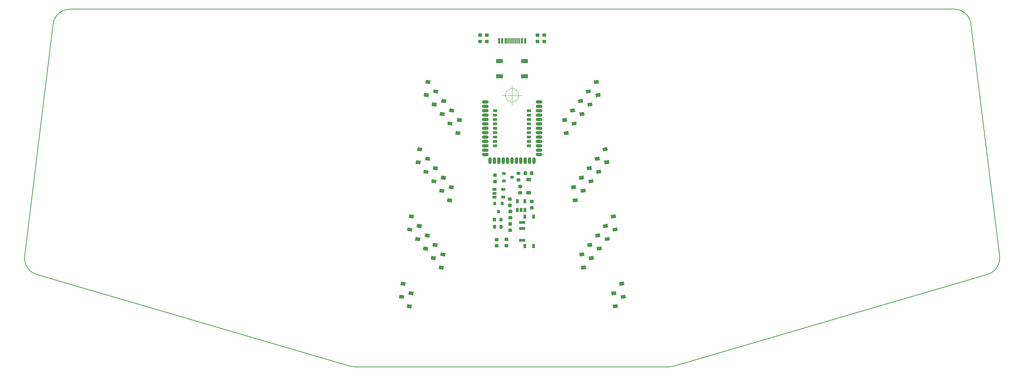
<source format=gbr>
%TF.GenerationSoftware,KiCad,Pcbnew,(5.1.10-1-10_14)*%
%TF.CreationDate,2021-09-26T20:25:07-05:00*%
%TF.ProjectId,LeChiffreBLE_Single_Side,4c654368-6966-4667-9265-424c455f5369,rev?*%
%TF.SameCoordinates,Original*%
%TF.FileFunction,Paste,Top*%
%TF.FilePolarity,Positive*%
%FSLAX46Y46*%
G04 Gerber Fmt 4.6, Leading zero omitted, Abs format (unit mm)*
G04 Created by KiCad (PCBNEW (5.1.10-1-10_14)) date 2021-09-26 20:25:07*
%MOMM*%
%LPD*%
G01*
G04 APERTURE LIST*
%TA.AperFunction,Profile*%
%ADD10C,0.152000*%
%TD*%
%TA.AperFunction,Profile*%
%ADD11C,0.100000*%
%TD*%
%ADD12R,0.800000X0.900000*%
%ADD13R,0.900000X0.800000*%
%ADD14R,0.800000X1.000000*%
%ADD15R,1.500000X0.700000*%
%ADD16R,1.000000X0.800000*%
%ADD17O,0.850000X1.700000*%
%ADD18O,1.700000X0.850000*%
%ADD19R,1.700000X1.000000*%
%ADD20R,1.200000X0.900000*%
%ADD21R,0.600000X1.450000*%
%ADD22R,0.300000X1.450000*%
%ADD23C,0.100000*%
%ADD24R,0.650000X1.060000*%
%ADD25R,1.060000X0.650000*%
G04 APERTURE END LIST*
D10*
X30724319Y-129889391D02*
X109245812Y-152889284D01*
X190227091Y-152889420D02*
X268787470Y-129887957D01*
X190227090Y-152889421D02*
G75*
G02*
X189043077Y-153059189I-1184013J4043940D01*
G01*
X110430291Y-153059189D02*
G75*
G02*
X109245812Y-152889284I0J4213708D01*
G01*
X110430291Y-153059189D02*
X189043077Y-153059189D01*
X34872010Y-67071010D02*
G75*
G02*
X39054379Y-63370255I4182369J-512953D01*
G01*
X149754177Y-63370255D02*
X39054379Y-63370255D01*
X260454219Y-63370255D02*
X149754177Y-63370255D01*
X260454219Y-63370255D02*
G75*
G02*
X264636555Y-67070738I0J-4213708D01*
G01*
X271785793Y-125330793D02*
X264636555Y-67070738D01*
X271785792Y-125330793D02*
G75*
G02*
X268787470Y-129887957I-4182335J-513225D01*
G01*
X30724319Y-129889391D02*
G75*
G02*
X27726429Y-125332635I1184479J4043803D01*
G01*
X34872010Y-67071010D02*
X27726429Y-125332635D01*
D11*
X151416666Y-84985000D02*
G75*
G03*
X151416666Y-84985000I-1666666J0D01*
G01*
X147250000Y-84985000D02*
X152250000Y-84985000D01*
X149750000Y-82485000D02*
X149750000Y-87485000D01*
D12*
%TO.C,Q1*%
X146350010Y-114140010D03*
X145400010Y-112140010D03*
X147300010Y-112140010D03*
%TD*%
D13*
%TO.C,Q2*%
X149740010Y-105490010D03*
X147740010Y-106440010D03*
X147740010Y-104540010D03*
%TD*%
%TO.C,R5*%
G36*
G01*
X148093760Y-122237510D02*
X148606260Y-122237510D01*
G75*
G02*
X148825010Y-122456260I0J-218750D01*
G01*
X148825010Y-122893760D01*
G75*
G02*
X148606260Y-123112510I-218750J0D01*
G01*
X148093760Y-123112510D01*
G75*
G02*
X147875010Y-122893760I0J218750D01*
G01*
X147875010Y-122456260D01*
G75*
G02*
X148093760Y-122237510I218750J0D01*
G01*
G37*
G36*
G01*
X148093760Y-120662510D02*
X148606260Y-120662510D01*
G75*
G02*
X148825010Y-120881260I0J-218750D01*
G01*
X148825010Y-121318760D01*
G75*
G02*
X148606260Y-121537510I-218750J0D01*
G01*
X148093760Y-121537510D01*
G75*
G02*
X147875010Y-121318760I0J218750D01*
G01*
X147875010Y-120881260D01*
G75*
G02*
X148093760Y-120662510I218750J0D01*
G01*
G37*
%TD*%
%TO.C,R6*%
G36*
G01*
X145621760Y-122287510D02*
X146134260Y-122287510D01*
G75*
G02*
X146353010Y-122506260I0J-218750D01*
G01*
X146353010Y-122943760D01*
G75*
G02*
X146134260Y-123162510I-218750J0D01*
G01*
X145621760Y-123162510D01*
G75*
G02*
X145403010Y-122943760I0J218750D01*
G01*
X145403010Y-122506260D01*
G75*
G02*
X145621760Y-122287510I218750J0D01*
G01*
G37*
G36*
G01*
X145621760Y-120712510D02*
X146134260Y-120712510D01*
G75*
G02*
X146353010Y-120931260I0J-218750D01*
G01*
X146353010Y-121368760D01*
G75*
G02*
X146134260Y-121587510I-218750J0D01*
G01*
X145621760Y-121587510D01*
G75*
G02*
X145403010Y-121368760I0J218750D01*
G01*
X145403010Y-120931260D01*
G75*
G02*
X145621760Y-120712510I218750J0D01*
G01*
G37*
%TD*%
D14*
%TO.C,SW1*%
X152920010Y-122750010D03*
X152920010Y-115450010D03*
X155130010Y-115450010D03*
X155130010Y-122750010D03*
D15*
X152270010Y-116850010D03*
X152270010Y-118350010D03*
X152270010Y-121350010D03*
%TD*%
%TO.C,C3*%
G36*
G01*
X145226760Y-106157010D02*
X145739260Y-106157010D01*
G75*
G02*
X145958010Y-106375760I0J-218750D01*
G01*
X145958010Y-106813260D01*
G75*
G02*
X145739260Y-107032010I-218750J0D01*
G01*
X145226760Y-107032010D01*
G75*
G02*
X145008010Y-106813260I0J218750D01*
G01*
X145008010Y-106375760D01*
G75*
G02*
X145226760Y-106157010I218750J0D01*
G01*
G37*
G36*
G01*
X145226760Y-104582010D02*
X145739260Y-104582010D01*
G75*
G02*
X145958010Y-104800760I0J-218750D01*
G01*
X145958010Y-105238260D01*
G75*
G02*
X145739260Y-105457010I-218750J0D01*
G01*
X145226760Y-105457010D01*
G75*
G02*
X145008010Y-105238260I0J218750D01*
G01*
X145008010Y-104800760D01*
G75*
G02*
X145226760Y-104582010I218750J0D01*
G01*
G37*
%TD*%
D16*
%TO.C,U101*%
X154000000Y-97670000D03*
X154000000Y-96570000D03*
X154000000Y-95470000D03*
X154000000Y-94370000D03*
X154000000Y-93270000D03*
X154000000Y-92170000D03*
X154000000Y-91070000D03*
X154000000Y-89970000D03*
X154000000Y-88870000D03*
X145500000Y-88870000D03*
X145500000Y-89970000D03*
X145500000Y-91070000D03*
X145500000Y-92170000D03*
X145500000Y-93270000D03*
X145500000Y-94370000D03*
X145500000Y-95470000D03*
X145500000Y-96570000D03*
X145500000Y-97670000D03*
D17*
X144250000Y-101370000D03*
X145350000Y-101370000D03*
X146450000Y-101370000D03*
X147550000Y-101370000D03*
X148650000Y-101370000D03*
X149750000Y-101370000D03*
X150850000Y-101370000D03*
X151950000Y-101370000D03*
X153050000Y-101370000D03*
X154150000Y-101370000D03*
X155250000Y-101370000D03*
D18*
X156500000Y-99870000D03*
X156500000Y-98770000D03*
X156500000Y-97670000D03*
X156500000Y-96570000D03*
X156500000Y-95470000D03*
X156500000Y-94370000D03*
X156500000Y-93270000D03*
X156500000Y-92170000D03*
X156500000Y-91070000D03*
X156500000Y-89970000D03*
X156500000Y-88870000D03*
X156500000Y-87770000D03*
X156500000Y-86670000D03*
X143000000Y-99870000D03*
X143000000Y-98770000D03*
X143000000Y-97670000D03*
X143000000Y-96570000D03*
X143000000Y-95470000D03*
X143000000Y-94370000D03*
X143000000Y-93270000D03*
X143000000Y-92170000D03*
X143000000Y-91070000D03*
X143000000Y-89970000D03*
X143000000Y-88870000D03*
X143000000Y-87770000D03*
X143000000Y-86670000D03*
%TD*%
D19*
%TO.C,SW2*%
X152900000Y-80200000D03*
X146600000Y-80200000D03*
X152900000Y-76400000D03*
X146600000Y-76400000D03*
%TD*%
%TO.C,R103*%
G36*
G01*
X151068010Y-105786010D02*
X151618010Y-105786010D01*
G75*
G02*
X151818010Y-105986010I0J-200000D01*
G01*
X151818010Y-106386010D01*
G75*
G02*
X151618010Y-106586010I-200000J0D01*
G01*
X151068010Y-106586010D01*
G75*
G02*
X150868010Y-106386010I0J200000D01*
G01*
X150868010Y-105986010D01*
G75*
G02*
X151068010Y-105786010I200000J0D01*
G01*
G37*
G36*
G01*
X151068010Y-104136010D02*
X151618010Y-104136010D01*
G75*
G02*
X151818010Y-104336010I0J-200000D01*
G01*
X151818010Y-104736010D01*
G75*
G02*
X151618010Y-104936010I-200000J0D01*
G01*
X151068010Y-104936010D01*
G75*
G02*
X150868010Y-104736010I0J200000D01*
G01*
X150868010Y-104336010D01*
G75*
G02*
X151068010Y-104136010I200000J0D01*
G01*
G37*
%TD*%
%TO.C,R102*%
G36*
G01*
X145758010Y-117677010D02*
X145758010Y-118227010D01*
G75*
G02*
X145558010Y-118427010I-200000J0D01*
G01*
X145158010Y-118427010D01*
G75*
G02*
X144958010Y-118227010I0J200000D01*
G01*
X144958010Y-117677010D01*
G75*
G02*
X145158010Y-117477010I200000J0D01*
G01*
X145558010Y-117477010D01*
G75*
G02*
X145758010Y-117677010I0J-200000D01*
G01*
G37*
G36*
G01*
X147408010Y-117677010D02*
X147408010Y-118227010D01*
G75*
G02*
X147208010Y-118427010I-200000J0D01*
G01*
X146808010Y-118427010D01*
G75*
G02*
X146608010Y-118227010I0J200000D01*
G01*
X146608010Y-117677010D01*
G75*
G02*
X146808010Y-117477010I200000J0D01*
G01*
X147208010Y-117477010D01*
G75*
G02*
X147408010Y-117677010I0J-200000D01*
G01*
G37*
%TD*%
%TO.C,R101*%
G36*
G01*
X146592010Y-116432010D02*
X146592010Y-115882010D01*
G75*
G02*
X146792010Y-115682010I200000J0D01*
G01*
X147192010Y-115682010D01*
G75*
G02*
X147392010Y-115882010I0J-200000D01*
G01*
X147392010Y-116432010D01*
G75*
G02*
X147192010Y-116632010I-200000J0D01*
G01*
X146792010Y-116632010D01*
G75*
G02*
X146592010Y-116432010I0J200000D01*
G01*
G37*
G36*
G01*
X144942010Y-116432010D02*
X144942010Y-115882010D01*
G75*
G02*
X145142010Y-115682010I200000J0D01*
G01*
X145542010Y-115682010D01*
G75*
G02*
X145742010Y-115882010I0J-200000D01*
G01*
X145742010Y-116432010D01*
G75*
G02*
X145542010Y-116632010I-200000J0D01*
G01*
X145142010Y-116632010D01*
G75*
G02*
X144942010Y-116432010I0J200000D01*
G01*
G37*
%TD*%
D20*
%TO.C,D35*%
X153868010Y-106105010D03*
X153868010Y-109405010D03*
%TD*%
D21*
%TO.C,J1*%
X146500000Y-71305000D03*
X147300000Y-71305000D03*
X152200000Y-71305000D03*
X153000000Y-71305000D03*
X153000000Y-71305000D03*
X152200000Y-71305000D03*
X147300000Y-71305000D03*
X146500000Y-71305000D03*
D22*
X151500000Y-71305000D03*
X151000000Y-71305000D03*
X150500000Y-71305000D03*
X149500000Y-71305000D03*
X149000000Y-71305000D03*
X148500000Y-71305000D03*
X148000000Y-71305000D03*
X150000000Y-71305000D03*
%TD*%
%TO.C,R8*%
G36*
G01*
X154956260Y-112050010D02*
X154443760Y-112050010D01*
G75*
G02*
X154225010Y-111831260I0J218750D01*
G01*
X154225010Y-111393760D01*
G75*
G02*
X154443760Y-111175010I218750J0D01*
G01*
X154956260Y-111175010D01*
G75*
G02*
X155175010Y-111393760I0J-218750D01*
G01*
X155175010Y-111831260D01*
G75*
G02*
X154956260Y-112050010I-218750J0D01*
G01*
G37*
G36*
G01*
X154956260Y-113625010D02*
X154443760Y-113625010D01*
G75*
G02*
X154225010Y-113406260I0J218750D01*
G01*
X154225010Y-112968760D01*
G75*
G02*
X154443760Y-112750010I218750J0D01*
G01*
X154956260Y-112750010D01*
G75*
G02*
X155175010Y-112968760I0J-218750D01*
G01*
X155175010Y-113406260D01*
G75*
G02*
X154956260Y-113625010I-218750J0D01*
G01*
G37*
%TD*%
%TO.C,R7*%
G36*
G01*
X149556260Y-114550010D02*
X149043760Y-114550010D01*
G75*
G02*
X148825010Y-114331260I0J218750D01*
G01*
X148825010Y-113893760D01*
G75*
G02*
X149043760Y-113675010I218750J0D01*
G01*
X149556260Y-113675010D01*
G75*
G02*
X149775010Y-113893760I0J-218750D01*
G01*
X149775010Y-114331260D01*
G75*
G02*
X149556260Y-114550010I-218750J0D01*
G01*
G37*
G36*
G01*
X149556260Y-116125010D02*
X149043760Y-116125010D01*
G75*
G02*
X148825010Y-115906260I0J218750D01*
G01*
X148825010Y-115468760D01*
G75*
G02*
X149043760Y-115250010I218750J0D01*
G01*
X149556260Y-115250010D01*
G75*
G02*
X149775010Y-115468760I0J-218750D01*
G01*
X149775010Y-115906260D01*
G75*
G02*
X149556260Y-116125010I-218750J0D01*
G01*
G37*
%TD*%
%TO.C,R4*%
G36*
G01*
X154207510Y-104761260D02*
X154207510Y-104248760D01*
G75*
G02*
X154426260Y-104030010I218750J0D01*
G01*
X154863760Y-104030010D01*
G75*
G02*
X155082510Y-104248760I0J-218750D01*
G01*
X155082510Y-104761260D01*
G75*
G02*
X154863760Y-104980010I-218750J0D01*
G01*
X154426260Y-104980010D01*
G75*
G02*
X154207510Y-104761260I0J218750D01*
G01*
G37*
G36*
G01*
X152632510Y-104761260D02*
X152632510Y-104248760D01*
G75*
G02*
X152851260Y-104030010I218750J0D01*
G01*
X153288760Y-104030010D01*
G75*
G02*
X153507510Y-104248760I0J-218750D01*
G01*
X153507510Y-104761260D01*
G75*
G02*
X153288760Y-104980010I-218750J0D01*
G01*
X152851260Y-104980010D01*
G75*
G02*
X152632510Y-104761260I0J218750D01*
G01*
G37*
%TD*%
%TO.C,R3*%
G36*
G01*
X158064260Y-70318010D02*
X157551760Y-70318010D01*
G75*
G02*
X157333010Y-70099260I0J218750D01*
G01*
X157333010Y-69661760D01*
G75*
G02*
X157551760Y-69443010I218750J0D01*
G01*
X158064260Y-69443010D01*
G75*
G02*
X158283010Y-69661760I0J-218750D01*
G01*
X158283010Y-70099260D01*
G75*
G02*
X158064260Y-70318010I-218750J0D01*
G01*
G37*
G36*
G01*
X158064260Y-71893010D02*
X157551760Y-71893010D01*
G75*
G02*
X157333010Y-71674260I0J218750D01*
G01*
X157333010Y-71236760D01*
G75*
G02*
X157551760Y-71018010I218750J0D01*
G01*
X158064260Y-71018010D01*
G75*
G02*
X158283010Y-71236760I0J-218750D01*
G01*
X158283010Y-71674260D01*
G75*
G02*
X158064260Y-71893010I-218750J0D01*
G01*
G37*
%TD*%
%TO.C,R2*%
G36*
G01*
X143198760Y-71018010D02*
X143711260Y-71018010D01*
G75*
G02*
X143930010Y-71236760I0J-218750D01*
G01*
X143930010Y-71674260D01*
G75*
G02*
X143711260Y-71893010I-218750J0D01*
G01*
X143198760Y-71893010D01*
G75*
G02*
X142980010Y-71674260I0J218750D01*
G01*
X142980010Y-71236760D01*
G75*
G02*
X143198760Y-71018010I218750J0D01*
G01*
G37*
G36*
G01*
X143198760Y-69443010D02*
X143711260Y-69443010D01*
G75*
G02*
X143930010Y-69661760I0J-218750D01*
G01*
X143930010Y-70099260D01*
G75*
G02*
X143711260Y-70318010I-218750J0D01*
G01*
X143198760Y-70318010D01*
G75*
G02*
X142980010Y-70099260I0J218750D01*
G01*
X142980010Y-69661760D01*
G75*
G02*
X143198760Y-69443010I218750J0D01*
G01*
G37*
%TD*%
%TO.C,R1*%
G36*
G01*
X141491760Y-71018010D02*
X142004260Y-71018010D01*
G75*
G02*
X142223010Y-71236760I0J-218750D01*
G01*
X142223010Y-71674260D01*
G75*
G02*
X142004260Y-71893010I-218750J0D01*
G01*
X141491760Y-71893010D01*
G75*
G02*
X141273010Y-71674260I0J218750D01*
G01*
X141273010Y-71236760D01*
G75*
G02*
X141491760Y-71018010I218750J0D01*
G01*
G37*
G36*
G01*
X141491760Y-69443010D02*
X142004260Y-69443010D01*
G75*
G02*
X142223010Y-69661760I0J-218750D01*
G01*
X142223010Y-70099260D01*
G75*
G02*
X142004260Y-70318010I-218750J0D01*
G01*
X141491760Y-70318010D01*
G75*
G02*
X141273010Y-70099260I0J218750D01*
G01*
X141273010Y-69661760D01*
G75*
G02*
X141491760Y-69443010I218750J0D01*
G01*
G37*
%TD*%
%TO.C,D36*%
G36*
G01*
X149456260Y-111450010D02*
X148943760Y-111450010D01*
G75*
G02*
X148725010Y-111231260I0J218750D01*
G01*
X148725010Y-110793760D01*
G75*
G02*
X148943760Y-110575010I218750J0D01*
G01*
X149456260Y-110575010D01*
G75*
G02*
X149675010Y-110793760I0J-218750D01*
G01*
X149675010Y-111231260D01*
G75*
G02*
X149456260Y-111450010I-218750J0D01*
G01*
G37*
G36*
G01*
X149456260Y-113025010D02*
X148943760Y-113025010D01*
G75*
G02*
X148725010Y-112806260I0J218750D01*
G01*
X148725010Y-112368760D01*
G75*
G02*
X148943760Y-112150010I218750J0D01*
G01*
X149456260Y-112150010D01*
G75*
G02*
X149675010Y-112368760I0J-218750D01*
G01*
X149675010Y-112806260D01*
G75*
G02*
X149456260Y-113025010I-218750J0D01*
G01*
G37*
%TD*%
D23*
%TO.C,D34*%
G36*
X166569615Y-124514129D02*
G01*
X167760670Y-124367886D01*
X167870353Y-125261177D01*
X166679298Y-125407420D01*
X166569615Y-124514129D01*
G37*
G36*
X166971783Y-127789531D02*
G01*
X168162838Y-127643288D01*
X168272521Y-128536579D01*
X167081466Y-128682822D01*
X166971783Y-127789531D01*
G37*
%TD*%
%TO.C,D33*%
G36*
X164497836Y-107640844D02*
G01*
X165688891Y-107494601D01*
X165798574Y-108387892D01*
X164607519Y-108534135D01*
X164497836Y-107640844D01*
G37*
G36*
X164900004Y-110916246D02*
G01*
X166091059Y-110770003D01*
X166200742Y-111663294D01*
X165009687Y-111809537D01*
X164900004Y-110916246D01*
G37*
%TD*%
%TO.C,D32*%
G36*
X162252362Y-90788887D02*
G01*
X163443417Y-90642644D01*
X163553100Y-91535935D01*
X162362045Y-91682178D01*
X162252362Y-90788887D01*
G37*
G36*
X162654530Y-94064289D02*
G01*
X163845585Y-93918046D01*
X163955268Y-94811337D01*
X162764213Y-94957580D01*
X162654530Y-94064289D01*
G37*
%TD*%
%TO.C,D31*%
G36*
X168543872Y-122130762D02*
G01*
X169734927Y-121984519D01*
X169844610Y-122877810D01*
X168653555Y-123024053D01*
X168543872Y-122130762D01*
G37*
G36*
X168946040Y-125406164D02*
G01*
X170137095Y-125259921D01*
X170246778Y-126153212D01*
X169055723Y-126299455D01*
X168946040Y-125406164D01*
G37*
%TD*%
%TO.C,D30*%
G36*
X166472093Y-105257478D02*
G01*
X167663148Y-105111235D01*
X167772831Y-106004526D01*
X166581776Y-106150769D01*
X166472093Y-105257478D01*
G37*
G36*
X166874261Y-108532880D02*
G01*
X168065316Y-108386637D01*
X168174999Y-109279928D01*
X166983944Y-109426171D01*
X166874261Y-108532880D01*
G37*
%TD*%
%TO.C,D29*%
G36*
X164226618Y-88405520D02*
G01*
X165417673Y-88259277D01*
X165527356Y-89152568D01*
X164336301Y-89298811D01*
X164226618Y-88405520D01*
G37*
G36*
X164628786Y-91680922D02*
G01*
X165819841Y-91534679D01*
X165929524Y-92427970D01*
X164738469Y-92574213D01*
X164628786Y-91680922D01*
G37*
%TD*%
%TO.C,D28*%
G36*
X170518128Y-119747396D02*
G01*
X171709183Y-119601153D01*
X171818866Y-120494444D01*
X170627811Y-120640687D01*
X170518128Y-119747396D01*
G37*
G36*
X170920296Y-123022798D02*
G01*
X172111351Y-122876555D01*
X172221034Y-123769846D01*
X171029979Y-123916089D01*
X170920296Y-123022798D01*
G37*
%TD*%
%TO.C,D27*%
G36*
X168446349Y-102874111D02*
G01*
X169637404Y-102727868D01*
X169747087Y-103621159D01*
X168556032Y-103767402D01*
X168446349Y-102874111D01*
G37*
G36*
X168848517Y-106149513D02*
G01*
X170039572Y-106003270D01*
X170149255Y-106896561D01*
X168958200Y-107042804D01*
X168848517Y-106149513D01*
G37*
%TD*%
%TO.C,D26*%
G36*
X166200875Y-86022153D02*
G01*
X167391930Y-85875910D01*
X167501613Y-86769201D01*
X166310558Y-86915444D01*
X166200875Y-86022153D01*
G37*
G36*
X166603043Y-89297555D02*
G01*
X167794098Y-89151312D01*
X167903781Y-90044603D01*
X166712726Y-90190846D01*
X166603043Y-89297555D01*
G37*
%TD*%
%TO.C,D25*%
G36*
X174564163Y-134237314D02*
G01*
X175755218Y-134091071D01*
X175864901Y-134984362D01*
X174673846Y-135130605D01*
X174564163Y-134237314D01*
G37*
G36*
X174966331Y-137512716D02*
G01*
X176157386Y-137366473D01*
X176267069Y-138259764D01*
X175076014Y-138406007D01*
X174966331Y-137512716D01*
G37*
%TD*%
%TO.C,D24*%
G36*
X172492385Y-117364029D02*
G01*
X173683440Y-117217786D01*
X173793123Y-118111077D01*
X172602068Y-118257320D01*
X172492385Y-117364029D01*
G37*
G36*
X172894553Y-120639431D02*
G01*
X174085608Y-120493188D01*
X174195291Y-121386479D01*
X173004236Y-121532722D01*
X172894553Y-120639431D01*
G37*
%TD*%
%TO.C,D23*%
G36*
X170420606Y-100490744D02*
G01*
X171611661Y-100344501D01*
X171721344Y-101237792D01*
X170530289Y-101384035D01*
X170420606Y-100490744D01*
G37*
G36*
X170822774Y-103766146D02*
G01*
X172013829Y-103619903D01*
X172123512Y-104513194D01*
X170932457Y-104659437D01*
X170822774Y-103766146D01*
G37*
%TD*%
%TO.C,D22*%
G36*
X168175131Y-83638787D02*
G01*
X169366186Y-83492544D01*
X169475869Y-84385835D01*
X168284814Y-84532078D01*
X168175131Y-83638787D01*
G37*
G36*
X168577299Y-86914189D02*
G01*
X169768354Y-86767946D01*
X169878037Y-87661237D01*
X168686982Y-87807480D01*
X168577299Y-86914189D01*
G37*
%TD*%
%TO.C,D21*%
G36*
X176538420Y-131853947D02*
G01*
X177729475Y-131707704D01*
X177839158Y-132600995D01*
X176648103Y-132747238D01*
X176538420Y-131853947D01*
G37*
G36*
X176940588Y-135129349D02*
G01*
X178131643Y-134983106D01*
X178241326Y-135876397D01*
X177050271Y-136022640D01*
X176940588Y-135129349D01*
G37*
%TD*%
%TO.C,D20*%
G36*
X174466641Y-114980662D02*
G01*
X175657696Y-114834419D01*
X175767379Y-115727710D01*
X174576324Y-115873953D01*
X174466641Y-114980662D01*
G37*
G36*
X174868809Y-118256064D02*
G01*
X176059864Y-118109821D01*
X176169547Y-119003112D01*
X174978492Y-119149355D01*
X174868809Y-118256064D01*
G37*
%TD*%
%TO.C,D19*%
G36*
X172394862Y-98107378D02*
G01*
X173585917Y-97961135D01*
X173695600Y-98854426D01*
X172504545Y-99000669D01*
X172394862Y-98107378D01*
G37*
G36*
X172797030Y-101382780D02*
G01*
X173988085Y-101236537D01*
X174097768Y-102129828D01*
X172906713Y-102276071D01*
X172797030Y-101382780D01*
G37*
%TD*%
%TO.C,D18*%
G36*
X170213903Y-81247499D02*
G01*
X171404958Y-81101256D01*
X171514641Y-81994547D01*
X170323586Y-82140790D01*
X170213903Y-81247499D01*
G37*
G36*
X170616071Y-84522901D02*
G01*
X171807126Y-84376658D01*
X171916809Y-85269949D01*
X170725754Y-85416192D01*
X170616071Y-84522901D01*
G37*
%TD*%
%TO.C,D17*%
G36*
X121531867Y-134995966D02*
G01*
X122722922Y-135142209D01*
X122613239Y-136035500D01*
X121422184Y-135889257D01*
X121531867Y-134995966D01*
G37*
G36*
X121934035Y-131720564D02*
G01*
X123125090Y-131866807D01*
X123015407Y-132760098D01*
X121824352Y-132613855D01*
X121934035Y-131720564D01*
G37*
%TD*%
%TO.C,D16*%
G36*
X123583795Y-118120244D02*
G01*
X124774850Y-118266487D01*
X124665167Y-119159778D01*
X123474112Y-119013535D01*
X123583795Y-118120244D01*
G37*
G36*
X123985963Y-114844842D02*
G01*
X125177018Y-114991085D01*
X125067335Y-115884376D01*
X123876280Y-115738133D01*
X123985963Y-114844842D01*
G37*
%TD*%
%TO.C,D15*%
G36*
X125675425Y-101249397D02*
G01*
X126866480Y-101395640D01*
X126756797Y-102288931D01*
X125565742Y-102142688D01*
X125675425Y-101249397D01*
G37*
G36*
X126077593Y-97973995D02*
G01*
X127268648Y-98120238D01*
X127158965Y-99013529D01*
X125967910Y-98867286D01*
X126077593Y-97973995D01*
G37*
%TD*%
%TO.C,D14*%
G36*
X127747204Y-84376112D02*
G01*
X128938259Y-84522355D01*
X128828576Y-85415646D01*
X127637521Y-85269403D01*
X127747204Y-84376112D01*
G37*
G36*
X128149372Y-81100710D02*
G01*
X129340427Y-81246953D01*
X129230744Y-82140244D01*
X128039689Y-81994001D01*
X128149372Y-81100710D01*
G37*
%TD*%
%TO.C,D13*%
G36*
X123506124Y-137379333D02*
G01*
X124697179Y-137525576D01*
X124587496Y-138418867D01*
X123396441Y-138272624D01*
X123506124Y-137379333D01*
G37*
G36*
X123908292Y-134103931D02*
G01*
X125099347Y-134250174D01*
X124989664Y-135143465D01*
X123798609Y-134997222D01*
X123908292Y-134103931D01*
G37*
%TD*%
%TO.C,D12*%
G36*
X125577902Y-120506048D02*
G01*
X126768957Y-120652291D01*
X126659274Y-121545582D01*
X125468219Y-121399339D01*
X125577902Y-120506048D01*
G37*
G36*
X125980070Y-117230646D02*
G01*
X127171125Y-117376889D01*
X127061442Y-118270180D01*
X125870387Y-118123937D01*
X125980070Y-117230646D01*
G37*
%TD*%
%TO.C,D11*%
G36*
X127649681Y-103632763D02*
G01*
X128840736Y-103779006D01*
X128731053Y-104672297D01*
X127539998Y-104526054D01*
X127649681Y-103632763D01*
G37*
G36*
X128051849Y-100357361D02*
G01*
X129242904Y-100503604D01*
X129133221Y-101396895D01*
X127942166Y-101250652D01*
X128051849Y-100357361D01*
G37*
%TD*%
%TO.C,D10*%
G36*
X129721460Y-86759479D02*
G01*
X130912515Y-86905722D01*
X130802832Y-87799013D01*
X129611777Y-87652770D01*
X129721460Y-86759479D01*
G37*
G36*
X130123628Y-83484077D02*
G01*
X131314683Y-83630320D01*
X131205000Y-84523611D01*
X130013945Y-84377368D01*
X130123628Y-83484077D01*
G37*
%TD*%
%TO.C,D9*%
G36*
X127552159Y-122889415D02*
G01*
X128743214Y-123035658D01*
X128633531Y-123928949D01*
X127442476Y-123782706D01*
X127552159Y-122889415D01*
G37*
G36*
X127954327Y-119614013D02*
G01*
X129145382Y-119760256D01*
X129035699Y-120653547D01*
X127844644Y-120507304D01*
X127954327Y-119614013D01*
G37*
%TD*%
%TO.C,D8*%
G36*
X129623938Y-106016130D02*
G01*
X130814993Y-106162373D01*
X130705310Y-107055664D01*
X129514255Y-106909421D01*
X129623938Y-106016130D01*
G37*
G36*
X130026106Y-102740728D02*
G01*
X131217161Y-102886971D01*
X131107478Y-103780262D01*
X129916423Y-103634019D01*
X130026106Y-102740728D01*
G37*
%TD*%
%TO.C,D7*%
G36*
X131695717Y-89142845D02*
G01*
X132886772Y-89289088D01*
X132777089Y-90182379D01*
X131586034Y-90036136D01*
X131695717Y-89142845D01*
G37*
G36*
X132097885Y-85867443D02*
G01*
X133288940Y-86013686D01*
X133179257Y-86906977D01*
X131988202Y-86760734D01*
X132097885Y-85867443D01*
G37*
%TD*%
%TO.C,D6*%
G36*
X129526415Y-125272781D02*
G01*
X130717470Y-125419024D01*
X130607787Y-126312315D01*
X129416732Y-126166072D01*
X129526415Y-125272781D01*
G37*
G36*
X129928583Y-121997379D02*
G01*
X131119638Y-122143622D01*
X131009955Y-123036913D01*
X129818900Y-122890670D01*
X129928583Y-121997379D01*
G37*
%TD*%
%TO.C,D5*%
G36*
X131598194Y-108399497D02*
G01*
X132789249Y-108545740D01*
X132679566Y-109439031D01*
X131488511Y-109292788D01*
X131598194Y-108399497D01*
G37*
G36*
X132000362Y-105124095D02*
G01*
X133191417Y-105270338D01*
X133081734Y-106163629D01*
X131890679Y-106017386D01*
X132000362Y-105124095D01*
G37*
%TD*%
%TO.C,D4*%
G36*
X133669973Y-91526212D02*
G01*
X134861028Y-91672455D01*
X134751345Y-92565746D01*
X133560290Y-92419503D01*
X133669973Y-91526212D01*
G37*
G36*
X134072141Y-88250810D02*
G01*
X135263196Y-88397053D01*
X135153513Y-89290344D01*
X133962458Y-89144101D01*
X134072141Y-88250810D01*
G37*
%TD*%
%TO.C,D3*%
G36*
X131500672Y-127656148D02*
G01*
X132691727Y-127802391D01*
X132582044Y-128695682D01*
X131390989Y-128549439D01*
X131500672Y-127656148D01*
G37*
G36*
X131902840Y-124380746D02*
G01*
X133093895Y-124526989D01*
X132984212Y-125420280D01*
X131793157Y-125274037D01*
X131902840Y-124380746D01*
G37*
%TD*%
%TO.C,D2*%
G36*
X133572451Y-110782863D02*
G01*
X134763506Y-110929106D01*
X134653823Y-111822397D01*
X133462768Y-111676154D01*
X133572451Y-110782863D01*
G37*
G36*
X133974619Y-107507461D02*
G01*
X135165674Y-107653704D01*
X135055991Y-108546995D01*
X133864936Y-108400752D01*
X133974619Y-107507461D01*
G37*
%TD*%
%TO.C,D1*%
G36*
X135644229Y-93909579D02*
G01*
X136835284Y-94055822D01*
X136725601Y-94949113D01*
X135534546Y-94802870D01*
X135644229Y-93909579D01*
G37*
G36*
X136046397Y-90634177D02*
G01*
X137237452Y-90780420D01*
X137127769Y-91673711D01*
X135936714Y-91527468D01*
X136046397Y-90634177D01*
G37*
%TD*%
%TO.C,C4*%
G36*
G01*
X149506260Y-117687510D02*
X148993760Y-117687510D01*
G75*
G02*
X148775010Y-117468760I0J218750D01*
G01*
X148775010Y-117031260D01*
G75*
G02*
X148993760Y-116812510I218750J0D01*
G01*
X149506260Y-116812510D01*
G75*
G02*
X149725010Y-117031260I0J-218750D01*
G01*
X149725010Y-117468760D01*
G75*
G02*
X149506260Y-117687510I-218750J0D01*
G01*
G37*
G36*
G01*
X149506260Y-119262510D02*
X148993760Y-119262510D01*
G75*
G02*
X148775010Y-119043760I0J218750D01*
G01*
X148775010Y-118606260D01*
G75*
G02*
X148993760Y-118387510I218750J0D01*
G01*
X149506260Y-118387510D01*
G75*
G02*
X149725010Y-118606260I0J-218750D01*
G01*
X149725010Y-119043760D01*
G75*
G02*
X149506260Y-119262510I-218750J0D01*
G01*
G37*
%TD*%
%TO.C,C2*%
G36*
G01*
X152020260Y-108281010D02*
X151507760Y-108281010D01*
G75*
G02*
X151289010Y-108062260I0J218750D01*
G01*
X151289010Y-107624760D01*
G75*
G02*
X151507760Y-107406010I218750J0D01*
G01*
X152020260Y-107406010D01*
G75*
G02*
X152239010Y-107624760I0J-218750D01*
G01*
X152239010Y-108062260D01*
G75*
G02*
X152020260Y-108281010I-218750J0D01*
G01*
G37*
G36*
G01*
X152020260Y-109856010D02*
X151507760Y-109856010D01*
G75*
G02*
X151289010Y-109637260I0J218750D01*
G01*
X151289010Y-109199760D01*
G75*
G02*
X151507760Y-108981010I218750J0D01*
G01*
X152020260Y-108981010D01*
G75*
G02*
X152239010Y-109199760I0J-218750D01*
G01*
X152239010Y-109637260D01*
G75*
G02*
X152020260Y-109856010I-218750J0D01*
G01*
G37*
%TD*%
%TO.C,C1*%
G36*
G01*
X156354260Y-70318010D02*
X155841760Y-70318010D01*
G75*
G02*
X155623010Y-70099260I0J218750D01*
G01*
X155623010Y-69661760D01*
G75*
G02*
X155841760Y-69443010I218750J0D01*
G01*
X156354260Y-69443010D01*
G75*
G02*
X156573010Y-69661760I0J-218750D01*
G01*
X156573010Y-70099260D01*
G75*
G02*
X156354260Y-70318010I-218750J0D01*
G01*
G37*
G36*
G01*
X156354260Y-71893010D02*
X155841760Y-71893010D01*
G75*
G02*
X155623010Y-71674260I0J218750D01*
G01*
X155623010Y-71236760D01*
G75*
G02*
X155841760Y-71018010I218750J0D01*
G01*
X156354260Y-71018010D01*
G75*
G02*
X156573010Y-71236760I0J-218750D01*
G01*
X156573010Y-71674260D01*
G75*
G02*
X156354260Y-71893010I-218750J0D01*
G01*
G37*
%TD*%
D24*
%TO.C,U3*%
X151050010Y-111500010D03*
X152950010Y-111500010D03*
X152950010Y-113700010D03*
X152000010Y-113700010D03*
X151050010Y-113700010D03*
%TD*%
D25*
%TO.C,U2*%
X147545010Y-108601010D03*
X147545010Y-110501010D03*
X145345010Y-110501010D03*
X145345010Y-109551010D03*
X145345010Y-108601010D03*
%TD*%
M02*

</source>
